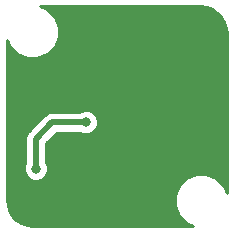
<source format=gbr>
G04 #@! TF.GenerationSoftware,KiCad,Pcbnew,(5.0.2)-1*
G04 #@! TF.CreationDate,2019-07-09T12:36:21+05:30*
G04 #@! TF.ProjectId,H-B-LED,482d422d-4c45-4442-9e6b-696361645f70,rev?*
G04 #@! TF.SameCoordinates,Original*
G04 #@! TF.FileFunction,Copper,L2,Bot*
G04 #@! TF.FilePolarity,Positive*
%FSLAX46Y46*%
G04 Gerber Fmt 4.6, Leading zero omitted, Abs format (unit mm)*
G04 Created by KiCad (PCBNEW (5.0.2)-1) date 07/09/19 12:36:21*
%MOMM*%
%LPD*%
G01*
G04 APERTURE LIST*
G04 #@! TA.AperFunction,ViaPad*
%ADD10C,0.800000*%
G04 #@! TD*
G04 #@! TA.AperFunction,Conductor*
%ADD11C,0.500000*%
G04 #@! TD*
G04 #@! TA.AperFunction,Conductor*
%ADD12C,0.254000*%
G04 #@! TD*
G04 APERTURE END LIST*
D10*
G04 #@! TO.N,/VCC*
X16150000Y-28430000D03*
X20400000Y-24500000D03*
G04 #@! TO.N,/GND*
X19200000Y-30000000D03*
X20700000Y-30000000D03*
X22300000Y-30000000D03*
X23400000Y-30000000D03*
X25200000Y-30000000D03*
X27000000Y-30000000D03*
X27900000Y-29000000D03*
X27900000Y-26700000D03*
X19100000Y-18000000D03*
X23500000Y-18000000D03*
X22400000Y-18000000D03*
X20710000Y-18000000D03*
X19230000Y-22320000D03*
X20470000Y-23020000D03*
X26900000Y-18000000D03*
X25240000Y-17990000D03*
X28000000Y-19000000D03*
X25680000Y-22380000D03*
X22790000Y-22100000D03*
X18100000Y-19000000D03*
X23400000Y-26000000D03*
X21310000Y-22100000D03*
X22200000Y-26000000D03*
X27200000Y-24300000D03*
X18170000Y-26810000D03*
G04 #@! TD*
D11*
G04 #@! TO.N,/VCC*
X16150000Y-25900000D02*
X16150000Y-28430000D01*
X20400000Y-24500000D02*
X17550000Y-24500000D01*
X17550000Y-24500000D02*
X16150000Y-25900000D01*
G04 #@! TD*
D12*
G04 #@! TO.N,/GND*
G36*
X30602701Y-14773418D02*
X31078440Y-14946103D01*
X31501689Y-15223597D01*
X31849751Y-15591021D01*
X32103952Y-16028659D01*
X32253472Y-16522337D01*
X32290001Y-16931630D01*
X32290000Y-30476081D01*
X32044741Y-29883974D01*
X31416026Y-29255259D01*
X30594569Y-28915000D01*
X29705431Y-28915000D01*
X28883974Y-29255259D01*
X28255259Y-29883974D01*
X27915000Y-30705431D01*
X27915000Y-31594569D01*
X28255259Y-32416026D01*
X28883974Y-33044741D01*
X29476081Y-33290000D01*
X15941248Y-33290000D01*
X15397297Y-33226582D01*
X14921562Y-33053898D01*
X14498310Y-32776402D01*
X14150250Y-32408982D01*
X13896049Y-31971343D01*
X13746528Y-31477663D01*
X13710000Y-31068381D01*
X13710000Y-28224126D01*
X15115000Y-28224126D01*
X15115000Y-28635874D01*
X15272569Y-29016280D01*
X15563720Y-29307431D01*
X15944126Y-29465000D01*
X16355874Y-29465000D01*
X16736280Y-29307431D01*
X17027431Y-29016280D01*
X17185000Y-28635874D01*
X17185000Y-28224126D01*
X17035000Y-27861993D01*
X17035000Y-26266578D01*
X17916579Y-25385000D01*
X19831993Y-25385000D01*
X20194126Y-25535000D01*
X20605874Y-25535000D01*
X20986280Y-25377431D01*
X21277431Y-25086280D01*
X21435000Y-24705874D01*
X21435000Y-24294126D01*
X21277431Y-23913720D01*
X20986280Y-23622569D01*
X20605874Y-23465000D01*
X20194126Y-23465000D01*
X19831993Y-23615000D01*
X17637161Y-23615000D01*
X17550000Y-23597663D01*
X17462839Y-23615000D01*
X17462835Y-23615000D01*
X17204690Y-23666348D01*
X16985845Y-23812576D01*
X16985844Y-23812577D01*
X16911951Y-23861951D01*
X16862577Y-23935844D01*
X15585847Y-25212575D01*
X15511951Y-25261951D01*
X15316348Y-25554691D01*
X15265000Y-25812836D01*
X15265000Y-25812839D01*
X15247663Y-25900000D01*
X15265000Y-25987161D01*
X15265001Y-27861991D01*
X15115000Y-28224126D01*
X13710000Y-28224126D01*
X13710000Y-17548061D01*
X13945259Y-18116026D01*
X14573974Y-18744741D01*
X15395431Y-19085000D01*
X16284569Y-19085000D01*
X17106026Y-18744741D01*
X17734741Y-18116026D01*
X18075000Y-17294569D01*
X18075000Y-16405431D01*
X17734741Y-15583974D01*
X17106026Y-14955259D01*
X16513919Y-14710000D01*
X30058752Y-14710000D01*
X30602701Y-14773418D01*
X30602701Y-14773418D01*
G37*
X30602701Y-14773418D02*
X31078440Y-14946103D01*
X31501689Y-15223597D01*
X31849751Y-15591021D01*
X32103952Y-16028659D01*
X32253472Y-16522337D01*
X32290001Y-16931630D01*
X32290000Y-30476081D01*
X32044741Y-29883974D01*
X31416026Y-29255259D01*
X30594569Y-28915000D01*
X29705431Y-28915000D01*
X28883974Y-29255259D01*
X28255259Y-29883974D01*
X27915000Y-30705431D01*
X27915000Y-31594569D01*
X28255259Y-32416026D01*
X28883974Y-33044741D01*
X29476081Y-33290000D01*
X15941248Y-33290000D01*
X15397297Y-33226582D01*
X14921562Y-33053898D01*
X14498310Y-32776402D01*
X14150250Y-32408982D01*
X13896049Y-31971343D01*
X13746528Y-31477663D01*
X13710000Y-31068381D01*
X13710000Y-28224126D01*
X15115000Y-28224126D01*
X15115000Y-28635874D01*
X15272569Y-29016280D01*
X15563720Y-29307431D01*
X15944126Y-29465000D01*
X16355874Y-29465000D01*
X16736280Y-29307431D01*
X17027431Y-29016280D01*
X17185000Y-28635874D01*
X17185000Y-28224126D01*
X17035000Y-27861993D01*
X17035000Y-26266578D01*
X17916579Y-25385000D01*
X19831993Y-25385000D01*
X20194126Y-25535000D01*
X20605874Y-25535000D01*
X20986280Y-25377431D01*
X21277431Y-25086280D01*
X21435000Y-24705874D01*
X21435000Y-24294126D01*
X21277431Y-23913720D01*
X20986280Y-23622569D01*
X20605874Y-23465000D01*
X20194126Y-23465000D01*
X19831993Y-23615000D01*
X17637161Y-23615000D01*
X17550000Y-23597663D01*
X17462839Y-23615000D01*
X17462835Y-23615000D01*
X17204690Y-23666348D01*
X16985845Y-23812576D01*
X16985844Y-23812577D01*
X16911951Y-23861951D01*
X16862577Y-23935844D01*
X15585847Y-25212575D01*
X15511951Y-25261951D01*
X15316348Y-25554691D01*
X15265000Y-25812836D01*
X15265000Y-25812839D01*
X15247663Y-25900000D01*
X15265000Y-25987161D01*
X15265001Y-27861991D01*
X15115000Y-28224126D01*
X13710000Y-28224126D01*
X13710000Y-17548061D01*
X13945259Y-18116026D01*
X14573974Y-18744741D01*
X15395431Y-19085000D01*
X16284569Y-19085000D01*
X17106026Y-18744741D01*
X17734741Y-18116026D01*
X18075000Y-17294569D01*
X18075000Y-16405431D01*
X17734741Y-15583974D01*
X17106026Y-14955259D01*
X16513919Y-14710000D01*
X30058752Y-14710000D01*
X30602701Y-14773418D01*
G04 #@! TD*
M02*

</source>
